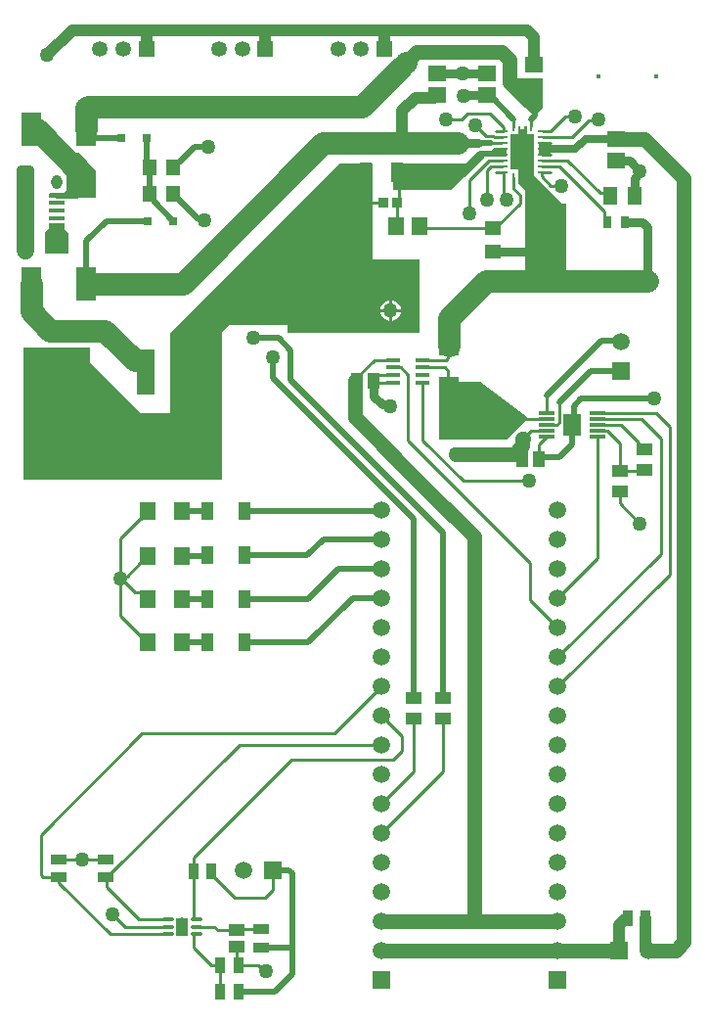
<source format=gtl>
G04*
G04 #@! TF.GenerationSoftware,Altium Limited,Altium Designer,19.1.8 (144)*
G04*
G04 Layer_Physical_Order=1*
G04 Layer_Color=255*
%FSTAX44Y44*%
%MOMM*%
G71*
G01*
G75*
%ADD16R,1.6800X2.9500*%
%ADD17R,1.4000X1.5000*%
%ADD18R,1.3500X1.0000*%
%ADD19R,1.8000X1.2500*%
%ADD20R,1.5000X1.4000*%
%ADD21R,1.4500X1.2000*%
%ADD22R,1.3500X0.4000*%
%ADD23R,1.5500X1.5000*%
G04:AMPARAMS|DCode=24|XSize=0.24mm|YSize=0.6mm|CornerRadius=0.0504mm|HoleSize=0mm|Usage=FLASHONLY|Rotation=270.000|XOffset=0mm|YOffset=0mm|HoleType=Round|Shape=RoundedRectangle|*
%AMROUNDEDRECTD24*
21,1,0.2400,0.4992,0,0,270.0*
21,1,0.1392,0.6000,0,0,270.0*
1,1,0.1008,-0.2496,-0.0696*
1,1,0.1008,-0.2496,0.0696*
1,1,0.1008,0.2496,0.0696*
1,1,0.1008,0.2496,-0.0696*
%
%ADD24ROUNDEDRECTD24*%
%ADD25R,1.1000X1.3500*%
%ADD26R,1.2000X0.4500*%
%ADD27R,0.8000X0.8000*%
%ADD28R,1.2000X1.4500*%
G04:AMPARAMS|DCode=29|XSize=0.24mm|YSize=0.6mm|CornerRadius=0.0504mm|HoleSize=0mm|Usage=FLASHONLY|Rotation=180.000|XOffset=0mm|YOffset=0mm|HoleType=Round|Shape=RoundedRectangle|*
%AMROUNDEDRECTD29*
21,1,0.2400,0.4992,0,0,180.0*
21,1,0.1392,0.6000,0,0,180.0*
1,1,0.1008,-0.0696,0.2496*
1,1,0.1008,0.0696,0.2496*
1,1,0.1008,0.0696,-0.2496*
1,1,0.1008,-0.0696,-0.2496*
%
%ADD29ROUNDEDRECTD29*%
%ADD30R,0.8500X0.8500*%
%ADD31R,1.1000X1.7000*%
%ADD32R,0.8000X1.0000*%
%ADD33R,1.2500X1.5000*%
%ADD34R,1.3500X1.5500*%
%ADD35R,1.0000X1.5000*%
%ADD36R,0.9500X1.3500*%
G04:AMPARAMS|DCode=37|XSize=0.45mm|YSize=0.3mm|CornerRadius=0.0495mm|HoleSize=0mm|Usage=FLASHONLY|Rotation=0.000|XOffset=0mm|YOffset=0mm|HoleType=Round|Shape=RoundedRectangle|*
%AMROUNDEDRECTD37*
21,1,0.4500,0.2010,0,0,0.0*
21,1,0.3510,0.3000,0,0,0.0*
1,1,0.0990,0.1755,-0.1005*
1,1,0.0990,-0.1755,-0.1005*
1,1,0.0990,-0.1755,0.1005*
1,1,0.0990,0.1755,0.1005*
%
%ADD37ROUNDEDRECTD37*%
%ADD38R,1.3500X0.9500*%
%ADD39R,1.3500X1.1000*%
%ADD40R,1.4000X0.3000*%
%ADD41R,1.5700X1.8800*%
%ADD42R,1.5500X1.2000*%
%ADD43R,1.5500X1.2000*%
G04:AMPARAMS|DCode=57|XSize=0.3mm|YSize=0.3mm|CornerRadius=0.0495mm|HoleSize=0mm|Usage=FLASHONLY|Rotation=270.000|XOffset=0mm|YOffset=0mm|HoleType=Round|Shape=RoundedRectangle|*
%AMROUNDEDRECTD57*
21,1,0.3000,0.2010,0,0,270.0*
21,1,0.2010,0.3000,0,0,270.0*
1,1,0.0990,-0.1005,-0.1005*
1,1,0.0990,-0.1005,0.1005*
1,1,0.0990,0.1005,0.1005*
1,1,0.0990,0.1005,-0.1005*
%
%ADD57ROUNDEDRECTD57*%
G04:AMPARAMS|DCode=65|XSize=1mm|YSize=1.6mm|CornerRadius=0.05mm|HoleSize=0mm|Usage=FLASHONLY|Rotation=0.000|XOffset=0mm|YOffset=0mm|HoleType=Round|Shape=RoundedRectangle|*
%AMROUNDEDRECTD65*
21,1,1.0000,1.5000,0,0,0.0*
21,1,0.9000,1.6000,0,0,0.0*
1,1,0.1000,0.4500,-0.7500*
1,1,0.1000,-0.4500,-0.7500*
1,1,0.1000,-0.4500,0.7500*
1,1,0.1000,0.4500,0.7500*
%
%ADD65ROUNDEDRECTD65*%
%ADD87C,0.5000*%
%ADD88C,1.9050*%
%ADD89C,1.0160*%
%ADD90C,0.2540*%
%ADD91C,0.5080*%
%ADD92C,0.7620*%
%ADD93C,1.5240*%
%ADD94C,0.2400*%
%ADD95C,1.2700*%
%ADD96C,0.6350*%
%ADD97C,0.3000*%
%ADD98C,0.3810*%
%ADD99R,1.5000X1.5000*%
%ADD100C,1.5000*%
%ADD101R,1.5000X4.0000*%
%ADD102R,1.5000X3.5000*%
%ADD103R,3.5000X1.5000*%
%ADD104O,0.9500X1.2500*%
%ADD105O,1.5500X0.9000*%
%ADD106R,1.3500X1.3500*%
%ADD107C,1.3500*%
%ADD108C,0.4500*%
%ADD109R,1.5000X1.5000*%
%ADD110C,1.2700*%
G36*
X0046228Y0082296D02*
X00456057Y00816737D01*
X00453263D01*
X0044704Y0082296D01*
X0043053Y0083947D01*
Y0084836D01*
X0046228D01*
Y0082296D01*
D02*
G37*
G36*
X0044831Y0080011D02*
X0045466D01*
Y0076961D01*
Y00764609D01*
X0047879Y00740479D01*
X00482092D01*
Y00664718D01*
X00446786D01*
Y00751713D01*
X0044051Y00758079D01*
Y00762361D01*
D01*
X0044051Y0076961D01*
X0043416D01*
Y0080011D01*
X0044051D01*
X0044051Y00807361D01*
X0044281D01*
X0044281Y0080411D01*
X0044601D01*
X0044601Y00807361D01*
X0044831D01*
X0044831Y0080011D01*
D02*
G37*
G36*
X00468807Y00793242D02*
Y00781812D01*
X00458216Y00781812D01*
Y00793242D01*
X00468807Y00793242D01*
D02*
G37*
G36*
X0043053Y0078105D02*
X00404368Y0078105D01*
X00404368Y00783082D01*
X00407416Y0078613D01*
X00417322Y0078613D01*
X00419459Y00788267D01*
X00419682Y00788416D01*
X0043053Y00788416D01*
Y0078105D01*
D02*
G37*
G36*
X00399435Y0077431D02*
X00399435Y00769005D01*
X0038227Y0075184D01*
X0033274Y0075184D01*
Y007747D01*
X0034163Y00775208D01*
X00398537D01*
X00399435Y0077431D01*
D02*
G37*
G36*
X00075217Y00768096D02*
X00075212Y00768096D01*
X00075212Y00745236D01*
X00035978Y00745236D01*
X0003508Y00746134D01*
Y00748792D01*
X00035185Y00749046D01*
X00047018D01*
X00049304Y00751332D01*
X00049304Y00768096D01*
X00037592Y00779808D01*
Y00784352D01*
X00060452D01*
X00075217Y00768096D01*
D02*
G37*
G36*
X0004826Y00718058D02*
X00051562Y00714756D01*
Y00696976D01*
X00030734Y00696976D01*
Y0071501D01*
X00034544Y00719074D01*
X00034798Y00719836D01*
X0004826D01*
Y00718058D01*
D02*
G37*
G36*
X00314706Y0069215D02*
X003556D01*
Y0062865D01*
X002413D01*
Y00635D01*
X001905D01*
X0018415Y0062865D01*
Y0050165D01*
X000127D01*
Y0061595D01*
X0006985D01*
Y0060325D01*
X001143Y005588D01*
X001397D01*
Y0062865D01*
X0028575Y007747D01*
X00314706Y007747D01*
X00314706Y0069215D01*
D02*
G37*
G36*
X00448668Y00555179D02*
X00448756Y00553912D01*
X00431292Y00536448D01*
X0037211D01*
Y00583184D01*
X00374904Y00585978D01*
X00407961D01*
X00448668Y00555179D01*
D02*
G37*
%LPC*%
G36*
X004488Y0076961D02*
X0044831D01*
Y00768877D01*
X004488Y0076961D01*
D02*
G37*
G36*
X0033147Y00656499D02*
Y0064897D01*
X00338999D01*
X00338861Y00650021D01*
X00337965Y00652183D01*
X0033654Y0065404D01*
X00334683Y00655465D01*
X00332521Y00656361D01*
X0033147Y00656499D01*
D02*
G37*
G36*
X0032893D02*
X00327879Y00656361D01*
X00325717Y00655465D01*
X0032386Y0065404D01*
X00322435Y00652183D01*
X00321539Y00650021D01*
X003214Y0064897D01*
X0032893D01*
Y00656499D01*
D02*
G37*
G36*
X00338999Y0064643D02*
X0033147D01*
Y006389D01*
X00332521Y00639039D01*
X00334683Y00639935D01*
X0033654Y0064136D01*
X00337965Y00643217D01*
X00338861Y00645379D01*
X00338999Y0064643D01*
D02*
G37*
G36*
X0032893D02*
X003214D01*
X00321539Y00645379D01*
X00322435Y00643217D01*
X0032386Y0064136D01*
X00325717Y00639935D01*
X00327879Y00639039D01*
X0032893Y006389D01*
Y0064643D01*
D02*
G37*
%LPD*%
D16*
X00066854Y00804164D02*
D03*
X00019054D02*
D03*
X00066826Y00671068D02*
D03*
X00019026D02*
D03*
D17*
X0011962Y00473868D02*
D03*
X0014962D02*
D03*
Y0036068D02*
D03*
X0011962D02*
D03*
X0014962Y00397933D02*
D03*
X0011962D02*
D03*
X0014962Y00435187D02*
D03*
X0011962D02*
D03*
D18*
X00550418Y00527668D02*
D03*
Y00509668D02*
D03*
X0035052Y0031264D02*
D03*
Y0029464D02*
D03*
X0037592Y0031264D02*
D03*
Y0029464D02*
D03*
X00528828Y00508872D02*
D03*
Y00490872D02*
D03*
D19*
X00381Y0058419D02*
D03*
Y0061469D02*
D03*
D20*
X0037084Y0083378D02*
D03*
Y0085278D02*
D03*
X0041402Y0083378D02*
D03*
Y0085278D02*
D03*
X00454569Y00841401D02*
D03*
Y00860401D02*
D03*
X00525689Y00796241D02*
D03*
Y00777241D02*
D03*
D21*
X004191Y007185D02*
D03*
Y006985D02*
D03*
D22*
X0004143Y00747106D02*
D03*
Y00740606D02*
D03*
Y00734106D02*
D03*
Y00727606D02*
D03*
Y00721106D02*
D03*
D23*
X0001443Y00744106D02*
D03*
Y00724106D02*
D03*
D24*
X00427909Y0077236D02*
D03*
Y0076736D02*
D03*
Y0080236D02*
D03*
Y0079736D02*
D03*
Y0079236D02*
D03*
Y0078736D02*
D03*
Y0078236D02*
D03*
Y0077736D02*
D03*
X00460909Y0076736D02*
D03*
Y0077236D02*
D03*
Y0077736D02*
D03*
Y0078236D02*
D03*
Y0078736D02*
D03*
Y0079236D02*
D03*
Y0079736D02*
D03*
Y0080236D02*
D03*
D25*
X00315356Y0058674D02*
D03*
X00301356D02*
D03*
X0045847Y00519176D02*
D03*
X0044447D02*
D03*
D26*
X0035774Y0060482D02*
D03*
Y0059832D02*
D03*
Y0059182D02*
D03*
Y0058532D02*
D03*
X0033274D02*
D03*
Y0059182D02*
D03*
Y0059832D02*
D03*
Y0060482D02*
D03*
D27*
X00096654Y00796544D02*
D03*
X00119154D02*
D03*
X00119814Y00724916D02*
D03*
X00142314D02*
D03*
D28*
X00121572Y00748792D02*
D03*
X00141572D02*
D03*
X00141694Y00771144D02*
D03*
X00121694D02*
D03*
D29*
X0043691Y00763361D02*
D03*
X0045191D02*
D03*
Y00806361D02*
D03*
X0043691D02*
D03*
D30*
X00324105Y00740919D02*
D03*
X00335605D02*
D03*
D31*
X0033608Y00766826D02*
D03*
X0030908D02*
D03*
D32*
X00533189Y00723901D02*
D03*
X00518189D02*
D03*
D33*
X00541269Y00746761D02*
D03*
X00520269D02*
D03*
D34*
X00355095Y00720599D02*
D03*
X00335095D02*
D03*
D35*
X0017196Y00473868D02*
D03*
X0020396D02*
D03*
X0017196Y0036068D02*
D03*
X0020396D02*
D03*
X0017196Y00398409D02*
D03*
X0020396D02*
D03*
X0017196Y00436139D02*
D03*
X0020396D02*
D03*
D36*
X0055118Y0012192D02*
D03*
X0053568D02*
D03*
X00175136Y00162306D02*
D03*
X00159636D02*
D03*
X0019838Y0005842D02*
D03*
X0018288D02*
D03*
Y0008128D02*
D03*
X0019838D02*
D03*
D37*
X0014011Y0012122D02*
D03*
Y0011472D02*
D03*
Y0010822D02*
D03*
X0015961D02*
D03*
Y0011472D02*
D03*
Y0012122D02*
D03*
D38*
X0008382Y0017285D02*
D03*
Y0015735D02*
D03*
X0021844Y00096927D02*
D03*
Y00112427D02*
D03*
X0004318Y0017285D02*
D03*
Y0015735D02*
D03*
D39*
X00197093Y00097677D02*
D03*
Y00111677D02*
D03*
D40*
X0046568Y0055864D02*
D03*
Y0055364D02*
D03*
Y0054864D02*
D03*
Y0054364D02*
D03*
Y0053864D02*
D03*
X0050968D02*
D03*
Y0054364D02*
D03*
Y0054864D02*
D03*
Y0055364D02*
D03*
Y0055864D02*
D03*
D41*
X0048768Y0054864D02*
D03*
D42*
X0001443Y00763106D02*
D03*
D43*
X0001443Y00705106D02*
D03*
D57*
X0044441Y0078486D02*
D03*
D65*
X0014986Y0011472D02*
D03*
D87*
X00444409Y00772111D02*
D03*
X00452159Y0078486D02*
D03*
X00444409Y00797611D02*
D03*
X00436659Y0078486D02*
D03*
X0014986Y0012022D02*
D03*
Y0010922D02*
D03*
D88*
X00024019Y00804048D02*
X00063274Y00764794D01*
X00020563Y00804048D02*
X00024019D01*
X00334264Y0079248D02*
X0038862D01*
X0041275Y006731D02*
X0055245D01*
X00068342Y0082423D02*
X00305054D01*
X00336277Y00855453D01*
X00066854Y00804164D02*
Y00822742D01*
X00069596Y00671068D02*
X00150368D01*
X0027178Y0079248D01*
X00336337Y00855453D02*
X00339722Y00858838D01*
X00336277Y00855453D02*
X00336337D01*
X00343107Y00862223D02*
Y00862283D01*
X0027178Y0079248D02*
X00330962D01*
X00381Y0064135D02*
X0041275Y006731D01*
X00381Y0061722D02*
Y0064135D01*
X00019026Y00646708D02*
Y00671068D01*
Y00646708D02*
X00035306Y00630428D01*
X00108824Y0060469D02*
X00112416D01*
X00083086Y00630428D02*
X00108824Y0060469D01*
X00035306Y00630428D02*
X00083086D01*
D89*
X003518Y0083186D02*
X0036842D01*
X00340326Y00820387D02*
X003518Y0083186D01*
X00340326Y00798542D02*
Y00820387D01*
X00334264Y0079248D02*
X00340326Y00798542D01*
X0036842Y0083186D02*
X0037034Y0083378D01*
X0037084D01*
X0022177Y00890169D02*
X00238179D01*
X0011874D02*
X0022177D01*
X00238506D02*
X003248D01*
Y0087376D02*
Y00890169D01*
X00448618D01*
X0055372Y0009398D02*
Y0009529D01*
X0055118Y0009783D02*
X0055372Y0009529D01*
X0055118Y0009783D02*
Y0012192D01*
X00454569Y00860401D02*
Y00884217D01*
X00448618Y00890169D02*
X00454569Y00884217D01*
X0011874Y0087376D02*
Y00890169D01*
X00054509D02*
X0011874D01*
X0022177Y0087376D02*
Y00890169D01*
X0022177Y00890169D01*
X0003302Y0086868D02*
X00054509Y00890169D01*
X0052832Y0009398D02*
Y00116262D01*
X005334Y00121342D01*
D90*
X00330962Y0079248D02*
X00334264D01*
X00228346Y00146558D02*
Y0016383D01*
X00243397Y00096927D02*
X00245074Y0009525D01*
X00469168Y00755112D02*
X00478252D01*
X00460909Y00763371D02*
X00469168Y00755112D01*
X00478252D02*
X00478282Y00755142D01*
X00460909Y00763371D02*
Y0076736D01*
X0047605Y0077236D02*
X00515459Y00732951D01*
X0046835Y0077236D02*
X0047605D01*
X00515459Y00726631D02*
Y00732951D01*
X0046835Y0077736D02*
X00483496D01*
X00511697Y00749159D02*
X00517871D01*
X00520269Y00746761D01*
X00483496Y0077736D02*
X00511697Y00749159D01*
X00533379Y00723901D02*
X00534189D01*
X00533189D02*
X00533379D01*
X0043691Y00753035D02*
Y00756188D01*
X00413512Y00768996D02*
X00416876Y0077236D01*
X00421202D01*
X00413512Y00743204D02*
Y00768996D01*
X0039878Y0073152D02*
Y0076073D01*
X0041529Y0077724D02*
X00421082D01*
X0039878Y0076073D02*
X0041529Y0077724D01*
X00417155Y00792226D02*
X00420998D01*
X0040386Y0080772D02*
X00413258Y00798322D01*
X0041898D01*
X00420282Y0079736D01*
X0040386Y0080772D02*
X0040386D01*
X00074001Y00796491D02*
X00074001D01*
X00073984D02*
X00074001D01*
X00481838Y0081534D02*
X0049022D01*
X00473202Y00806678D02*
Y00806704D01*
X00468884Y0080236D02*
X00473202Y00806678D01*
Y00806704D02*
X00481838Y0081534D01*
X00468884Y0079736D02*
X0048748D01*
X00515459Y00726631D02*
X00518189Y00723901D01*
X00442214Y00740364D02*
Y0074773D01*
X0042164Y0071979D02*
X00442214Y00740364D01*
X00427909Y00749082D02*
X0043053Y00746461D01*
X00427909Y00749082D02*
Y0076736D01*
X0043053Y00743712D02*
Y00746461D01*
X0043691Y00753035D02*
X00442214Y0074773D01*
X0042164Y0071882D02*
Y0071979D01*
X00244348Y0025908D02*
X0033274D01*
X0034036Y002667D02*
Y00279908D01*
X0033274Y0025908D02*
X0034036Y002667D01*
X0015961Y00162306D02*
Y00174342D01*
Y0012122D02*
Y00162306D01*
X0019701Y0011176D02*
X00197678Y00112427D01*
X0019701Y0011176D02*
X00197093Y00111677D01*
X00180848Y0011176D02*
X0019701D01*
X00165846Y0011472D02*
X00177888D01*
X00180848Y0011176D01*
X00087376Y00108204D02*
X00134112D01*
X00134128Y0010822D01*
X00100164Y0011472D02*
X00134128D01*
X00134066Y00121158D02*
X00134128Y0012122D01*
X0008455Y0014913D02*
X00112522Y00121158D01*
X00134066D01*
X00066854Y00822742D02*
X00068342Y0082423D01*
X00071055Y00805533D02*
X00074001Y00796491D01*
X00121572Y00771022D02*
X00121694Y00771144D01*
X00108917Y00404163D02*
X0011389D01*
X00097282Y00415798D02*
X00108917Y00404163D01*
X00096266Y00415798D02*
X00097282D01*
X0011962Y00434687D02*
Y00435187D01*
X0011389Y00428957D02*
X0011962Y00434687D01*
X00113479Y00428957D02*
X0011389D01*
X00102265Y00417742D02*
X00113479Y00428957D01*
X0009821Y00417742D02*
X00102265D01*
X00096266Y00415798D02*
X0009821Y00417742D01*
X0011962Y00397933D02*
Y00398433D01*
X0011389Y00404163D02*
X0011962Y00398433D01*
X00096266Y00384034D02*
Y00415798D01*
Y00450514D01*
X00140094Y00108204D02*
X0014011Y0010822D01*
X0004318Y001524D02*
X00087376Y00108204D01*
X00315356Y00584695D02*
X00315772Y0058428D01*
X00315356Y00584695D02*
Y0058674D01*
X00316776Y0058532D01*
X00315356Y0058674D02*
Y0058759D01*
X00319586Y0059182D02*
X00331792D01*
X0034544Y00535178D02*
Y0059204D01*
X0033916Y0059832D02*
X0034544Y0059204D01*
X0033274Y0059832D02*
X0033916D01*
X00141694Y00771144D02*
Y00771584D01*
X00142944D01*
X0045085Y006985D02*
X0046355Y007112D01*
X00298703Y00740919D02*
X00324105D01*
X00298196Y00741426D02*
X00298703Y00740919D01*
X0004143Y00709106D02*
Y00721106D01*
X0001443Y00763106D02*
Y00769106D01*
X0048768Y0054864D02*
X0048895Y0054991D01*
X0045847Y00520426D02*
Y0053143D01*
X0046568Y0053864D01*
X0045847Y00519176D02*
Y00520426D01*
X00528828Y00480822D02*
Y00490872D01*
Y00480822D02*
X005461Y0046355D01*
X0019838Y0008128D02*
X00215682D01*
X00220762Y000762D01*
X0022225D01*
X00197093Y00082567D02*
Y00097677D01*
Y00082567D02*
X0019838Y0008128D01*
X00089154Y0012573D02*
X00100164Y0011472D01*
X0011962Y0036068D02*
Y0036118D01*
X0011389Y0036691D02*
X0011962Y0036118D01*
X0011339Y0036691D02*
X0011389D01*
X00096266Y00384034D02*
X0011339Y0036691D01*
X0011962Y00473368D02*
Y00473868D01*
X0011389Y00467638D02*
X0011962Y00473368D01*
X0011339Y00467638D02*
X0011389D01*
X00096266Y00450514D02*
X0011339Y00467638D01*
X00019054Y00804164D02*
X00020448D01*
X00020563Y00804048D01*
X00238179Y00890169D02*
X00238506D01*
X0035774Y00535578D02*
X00393192Y00500126D01*
X00315356Y0058759D02*
X00319586Y0059182D01*
X00316776Y0058532D02*
X0033274D01*
X00301498Y00590042D02*
X00316276Y0060482D01*
X00445262Y0053721D02*
X00451692Y0054364D01*
X00331792Y00592768D02*
X0033274Y0059182D01*
X00451692Y0054364D02*
X0046568D01*
X00316276Y0060482D02*
X0033274D01*
X00301356Y005852D02*
Y0058674D01*
X0045085Y0039751D02*
Y00429768D01*
X0034544Y00535178D02*
X0045085Y00429768D01*
X00393192Y00500126D02*
X00450342D01*
X0035774Y00535578D02*
Y0058532D01*
X0045085Y0039751D02*
X0047498Y0037338D01*
X0032258Y00297688D02*
X0034036Y00279908D01*
X0015961Y00174342D02*
X00244348Y0025908D01*
X00502086Y00811966D02*
X00509706D01*
X0048748Y0079736D02*
X00502086Y00811966D01*
X00509706D02*
X0051054Y008128D01*
X0032258Y00196088D02*
X0037592Y00249428D01*
Y0029464D01*
X0032258Y00221488D02*
X0035052Y00249428D01*
Y0029464D01*
X0008455Y0014913D02*
Y0015735D01*
X0008455Y0015735D02*
X0008455Y0015735D01*
X00048006Y0017285D02*
X000635D01*
X0008255D01*
X0004318Y001524D02*
Y00157858D01*
X0002892D02*
X0004318D01*
X003937Y0083312D02*
X0039436Y0083378D01*
X0039174Y008128D02*
X0039682Y0081788D01*
X0037846Y008128D02*
X0039174D01*
X0039682Y0081788D02*
X00416143D01*
X00427909Y00806114D01*
X00356874Y0071882D02*
X0042164D01*
X0035774Y0059832D02*
X00377041D01*
X00355095Y00720599D02*
X00356874Y0071882D01*
X00335605Y00740919D02*
X00337191Y00742505D01*
Y00765556D01*
X0032258Y00094488D02*
X00323088Y0009398D01*
X0052564Y0079629D02*
X00525689Y00796241D01*
X0047498Y0032258D02*
X00571754Y00419354D01*
X0056023Y0055864D02*
X00571754Y00547116D01*
Y00419354D02*
Y00547116D01*
X0047498Y0034798D02*
X00564134Y00437134D01*
X0054745Y0055364D02*
X00564134Y00536956D01*
Y00437134D02*
Y00536956D01*
X00195488Y00139954D02*
X00221742D01*
X00175136Y00160306D02*
X00195488Y00139954D01*
X00221742D02*
X00228346Y00146558D01*
X00175136Y00160306D02*
Y00162306D01*
X0008455Y0015735D02*
X00199488Y00272288D01*
X0032258D01*
X00027432Y0019431D02*
X00115062Y0028194D01*
X00027432Y00159346D02*
X0002892Y00157858D01*
X00027432Y00159346D02*
Y0019431D01*
X00115062Y0028194D02*
X00281432D01*
X0032258Y00323088D01*
X0052832Y0009398D02*
X005334Y0009906D01*
X00443912Y0055364D02*
X0046568D01*
X00475982Y00550912D02*
X0047625Y0055118D01*
X00475982Y00550772D02*
Y00550912D01*
X00465878Y00548838D02*
X00474048D01*
X0047625Y0055118D02*
Y00568198D01*
X0046568Y0054864D02*
X00465878Y00548838D01*
X00474048D02*
X00475982Y00550772D01*
X0046568Y0055864D02*
Y00574138D01*
X00529336Y00621538D02*
X00530098Y00620776D01*
X0035774Y0060482D02*
X0035804Y0060452D01*
X00380058Y00585132D02*
Y00595302D01*
Y00585132D02*
X00381Y0058419D01*
X0037846Y0060452D02*
X00380058Y00606118D01*
Y00613748D01*
X00381Y0061469D01*
X0035804Y0060452D02*
X0037846D01*
X00377041Y0059832D02*
X00380058Y00595302D01*
X00528828Y00508872D02*
X00549622D01*
X00550418Y00509668D01*
X0050968Y0055864D02*
X0056023D01*
X0050968Y0055364D02*
X0054745D01*
X0050968Y0054364D02*
X00509854Y00543814D01*
X00509878Y00543442D02*
X00518048D01*
X00528828Y00532662D01*
X0050968Y0054864D02*
X00529446D01*
X00544938Y00533148D01*
Y00531398D02*
Y00533148D01*
Y00531398D02*
X00548668Y00527668D01*
X00550418D01*
X0050968Y0054364D02*
X00509878Y00543442D01*
X00528828Y00508872D02*
Y00532662D01*
X0050968Y0043348D02*
Y0053864D01*
X0047498Y0039878D02*
X0050968Y0043348D01*
X0032258Y00221488D02*
X00325726D01*
X0032258Y00196088D02*
X00324964Y00193704D01*
X00427909Y0080243D02*
Y00806114D01*
X00454406Y00820166D02*
X00454914D01*
X00058286Y00747106D02*
X00063274Y00752094D01*
X00335095Y00720599D02*
X00335605Y00721109D01*
Y00740919D01*
X00119154Y00773684D02*
X00121694Y00771144D01*
X0032096Y00473868D02*
X0032258Y00475488D01*
X0014962Y00397933D02*
X00150096Y00398409D01*
X00171008Y00435187D02*
X0017196Y00436139D01*
X0017196Y00473868D02*
X0017196Y00473868D01*
X00197678Y00112427D02*
X0021844D01*
X0018288Y0005842D02*
Y0008128D01*
X0017526D02*
X0018288D01*
X0015961Y0009693D02*
Y0010822D01*
Y0009693D02*
X0017526Y0008128D01*
X00118646Y00594868D02*
Y0059846D01*
X00112416Y0060469D02*
X00118646Y0059846D01*
D91*
X00242098Y0016383D02*
X00245074Y00160854D01*
Y0009525D02*
Y00160854D01*
X00228346Y0016383D02*
X00242098D01*
X0021844Y00096927D02*
X00243397D01*
X00245074Y0007337D02*
Y0009525D01*
X00230124Y0005842D02*
X00245074Y0007337D01*
X0045847Y00520426D02*
X00475976D01*
X00406116Y00792226D02*
X00417155D01*
X00405862Y0079248D02*
X00406116Y00792226D01*
X0045191Y00813278D02*
X00454914Y00816282D01*
X00123456Y00745658D02*
X00125032Y00744082D01*
Y00742198D02*
Y00744082D01*
Y00742198D02*
X00142314Y00724916D01*
X00121572Y00748792D02*
Y00771022D01*
X00066826Y00671068D02*
Y00707742D01*
X00160284Y00788924D02*
X00172212D01*
X00142944Y00771584D02*
Y00773644D01*
X00145154Y00775854D01*
X00147213D01*
X00160284Y00788924D01*
X00141694Y00771144D02*
X00141986Y00771436D01*
X00167452Y00726374D02*
X0016891Y00724916D01*
X0016399Y00726374D02*
X00167452D01*
X00146282Y00744082D02*
X0016399Y00726374D01*
X002286Y00604424D02*
Y00607012D01*
X00227426Y0060325D02*
X002286Y00604424D01*
X00211102Y00623852D02*
X00233398D01*
X0024384Y00587756D02*
Y0061341D01*
X00233398Y00623852D02*
X0024384Y0061341D01*
X00227426Y0060325D02*
X002286Y00602076D01*
Y0058928D02*
Y00602076D01*
X00211008Y00623758D02*
X00211102Y00623852D01*
X004953Y005715D02*
X005588D01*
X0048895Y0056515D02*
X004953Y005715D01*
X0048895Y0054991D02*
Y0056515D01*
X0048768Y0053213D02*
Y0054864D01*
X00475976Y00520426D02*
X0048768Y0053213D01*
X00141572Y00747542D02*
Y00748792D01*
Y00747542D02*
X00145032Y00744082D01*
X00146282D01*
X0037592Y0031264D02*
Y00455676D01*
X0024384Y00587756D02*
X0037592Y00455676D01*
X0035052Y0031264D02*
Y0046736D01*
X002286Y0058928D02*
X0035052Y0046736D01*
X0019838Y0005842D02*
X00230124D01*
X0051308Y00621538D02*
X00529336D01*
X0046568Y00574138D02*
X0051308Y00621538D01*
X0047625Y00568198D02*
X00503428Y00595376D01*
X00530098D01*
X00066826Y00707742D02*
X00084Y00724916D01*
X00119814D01*
X00417932Y00832256D02*
X0043691Y00813278D01*
X00454914Y00816282D02*
Y00820166D01*
X00073984Y00796544D02*
X00096654D01*
X00119154Y00773684D02*
Y00796544D01*
X0020396Y0036068D02*
X0025908D01*
X00297688Y00399288D02*
X0032258D01*
X0025908Y0036068D02*
X00297688Y00399288D01*
X0020396Y00398409D02*
X00258709D01*
X00284988Y00424688D02*
X0032258D01*
X00258709Y00398409D02*
X00284988Y00424688D01*
X00258339Y00436139D02*
X00272288Y00450088D01*
X0020396Y00436139D02*
X00258339D01*
X00272288Y00450088D02*
X0032258D01*
X0020396Y00473868D02*
X0032096D01*
X0014962Y0036068D02*
X0017196D01*
X00150096Y00398409D02*
X0017196D01*
X0014962Y00435187D02*
X00171008D01*
X0014962Y00473868D02*
X0017196D01*
D92*
X00534189Y00723901D02*
X00547986D01*
X00391414Y00766318D02*
X00407456Y0078236D01*
X0055245Y006731D02*
Y00719437D01*
X00547986Y00723901D02*
X0055245Y00719437D01*
X00315772Y00573375D02*
X00323024Y00566122D01*
X00315772Y00573375D02*
Y0058428D01*
X00329228Y00566122D02*
X003302Y0056515D01*
X00323024Y00566122D02*
X00329228D01*
X004191Y006985D02*
X0045085D01*
X00541269Y00746761D02*
Y00762145D01*
X005461Y00766975D01*
Y0076835D01*
X00525689Y00777241D02*
X00537209D01*
X005461Y0076835D01*
X0039243Y0085278D02*
X0041402D01*
X0037084D02*
X0039243D01*
X00383113Y00582077D02*
X00395061D01*
X00423926Y00553212D01*
X00381Y0058419D02*
X00383113Y00582077D01*
X0039436Y0083378D02*
X0041402D01*
X00405822Y0079252D02*
X00405862Y0079248D01*
X00397406Y0079252D02*
X00405822D01*
X00397366Y0079248D02*
X00397406Y0079252D01*
X0038862Y0079248D02*
X00397366D01*
X00454914Y00829564D02*
Y00841056D01*
X00454569Y00841401D02*
X00454914Y00841056D01*
X00063274Y00752094D02*
Y00764794D01*
D93*
X0001443Y00699106D02*
Y00705106D01*
Y00724106D01*
Y00744106D02*
Y00763106D01*
Y00724106D02*
Y00744106D01*
D94*
X0045191Y00756258D02*
Y00760921D01*
X0043691Y00756188D02*
Y00763361D01*
X00421202Y0077736D02*
X00427351D01*
X00421202Y0076736D02*
X00427191D01*
X00421202Y0077236D02*
X00427271D01*
X00420282Y0079736D02*
X00421132D01*
X00427601D01*
X00421132Y0078736D02*
X00427695D01*
X00421132Y0080236D02*
X00427909D01*
X00421132Y0079236D02*
X00426385D01*
X00421132Y0078236D02*
X00427869D01*
X0043691Y00806361D02*
Y00813278D01*
X0045191Y00806629D02*
Y00813278D01*
X00461925Y0080236D02*
X00468884D01*
X00461979Y0079736D02*
X00468884D01*
X00460909Y0078236D02*
X00468807D01*
X00460986Y0079236D02*
X00468884D01*
X00460909Y0078736D02*
X00468807D01*
X00460909Y0076736D02*
X0046835D01*
X00461191Y0077236D02*
X0046835D01*
X00461257Y0077736D02*
X0046835D01*
D95*
X00433578Y00845439D02*
X00449453Y00829564D01*
X00454914D01*
X0055372Y0009398D02*
X0057676D01*
X005842Y00101419D01*
Y00761746D01*
X0032258Y00119888D02*
X0032302Y00119448D01*
X00324646D01*
X00324714Y0011938D01*
X00402336D01*
X00358902Y00495808D02*
X00402336Y00452374D01*
X00299466Y00555244D02*
X00358902Y00495808D01*
X00402336Y0011938D02*
Y00452374D01*
Y0011938D02*
X00402336Y0011938D01*
X0047498D01*
X00444588Y00530933D02*
Y00536536D01*
X00437149Y00523494D02*
X00444588Y00530933D01*
X00386842Y00523494D02*
X00437149D01*
X00444588Y00536536D02*
X00445262Y0053721D01*
X00343107Y00862223D02*
X00352612Y00871728D01*
X00339722Y00858838D02*
X00343107Y00862223D01*
X00433578Y00845439D02*
Y00864288D01*
X00352612Y00871728D02*
X00426138D01*
X00433578Y00864288D01*
X00299466Y00555244D02*
Y00586486D01*
X0033693Y0076708D02*
X0036576D01*
X00323088Y0009398D02*
X0047498D01*
X00549705Y00796241D02*
X005842Y00761746D01*
X00525689Y00796241D02*
X00549705D01*
X0047498Y0009398D02*
X0052832D01*
D96*
X00468807Y00787527D02*
X00490093D01*
X00498856Y0079629D01*
X0052564D01*
D97*
X0015961Y0010822D02*
X00165846D01*
X00160014Y0011472D02*
X00165846D01*
X00160418Y0012122D02*
X00165846D01*
X00134128D02*
X00140064D01*
X00134128Y0011472D02*
X00140038D01*
X00134128Y0010822D02*
X0014011D01*
D98*
X0004143Y00747106D02*
X00058286D01*
D99*
X00228346Y0016383D02*
D03*
X0052832Y0009398D02*
D03*
D100*
X00202946Y0016383D02*
D03*
X0032258Y00094488D02*
D03*
Y00119888D02*
D03*
X0047498Y0009398D02*
D03*
Y0011938D02*
D03*
X00530098Y00620776D02*
D03*
X0047498Y0014478D02*
D03*
Y0017018D02*
D03*
Y0019558D02*
D03*
Y0022098D02*
D03*
Y0024638D02*
D03*
Y0027178D02*
D03*
Y0029718D02*
D03*
Y0032258D02*
D03*
Y0034798D02*
D03*
Y0037338D02*
D03*
Y0039878D02*
D03*
Y0042418D02*
D03*
Y0044958D02*
D03*
Y0047498D02*
D03*
X0055372Y0009398D02*
D03*
X0032258Y00475488D02*
D03*
Y00450088D02*
D03*
Y00424688D02*
D03*
Y00399288D02*
D03*
Y00373888D02*
D03*
Y00348488D02*
D03*
Y00323088D02*
D03*
Y00297688D02*
D03*
Y00272288D02*
D03*
Y00246888D02*
D03*
Y00221488D02*
D03*
Y00196088D02*
D03*
Y00170688D02*
D03*
Y00145288D02*
D03*
D101*
X00118646Y00594868D02*
D03*
D102*
X00058646D02*
D03*
D103*
X00088646Y00547868D02*
D03*
D104*
X0004143Y00709106D02*
D03*
Y00759106D02*
D03*
D105*
X0001443Y00699106D02*
D03*
Y00769106D02*
D03*
D106*
X0022177Y0087376D02*
D03*
X003248D02*
D03*
X0011874D02*
D03*
D107*
X0020177D02*
D03*
X0018177D02*
D03*
X003048D02*
D03*
X002848D02*
D03*
X0009874D02*
D03*
X0007874D02*
D03*
D108*
X00510324Y00850392D02*
D03*
X00560324D02*
D03*
D109*
X00530098Y00595376D02*
D03*
X0047498Y0006858D02*
D03*
X0032258Y00069088D02*
D03*
D110*
X00478282Y00755142D02*
D03*
X0043053Y00743712D02*
D03*
X00413512Y00743204D02*
D03*
X00386842Y00523494D02*
D03*
X003302Y006477D02*
D03*
Y0056515D02*
D03*
X005461Y0076835D02*
D03*
X00169139Y00725423D02*
D03*
X002286Y00607012D02*
D03*
X00211008Y00623758D02*
D03*
X0055245Y006731D02*
D03*
X005588Y005715D02*
D03*
X005461Y0046355D02*
D03*
X0022225Y000762D02*
D03*
X0039243Y0085278D02*
D03*
X0003302Y0086868D02*
D03*
X00089154Y0012573D02*
D03*
X00096266Y00415798D02*
D03*
X00172212Y00788924D02*
D03*
X00358648Y00495554D02*
D03*
X00445262Y0053721D02*
D03*
X00450342Y00500126D02*
D03*
X0046355Y007112D02*
D03*
Y006858D02*
D03*
X0049022Y0081534D02*
D03*
X0039878Y0073152D02*
D03*
X000635Y0017285D02*
D03*
X003937Y0083312D02*
D03*
X0040386Y0080772D02*
D03*
X0037846Y008128D02*
D03*
X0051054D02*
D03*
X0036576Y0076708D02*
D03*
M02*

</source>
